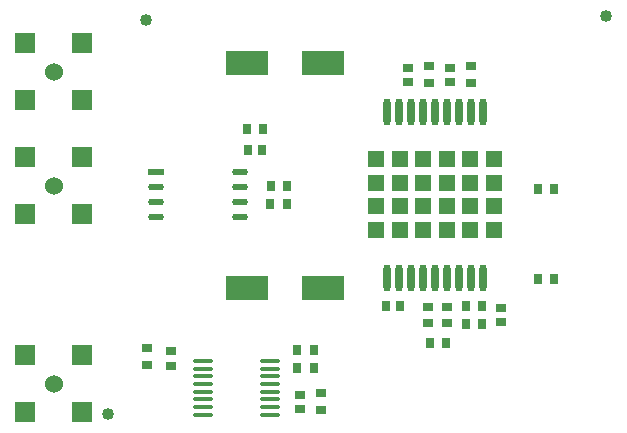
<source format=gtp>
G04*
G04 #@! TF.GenerationSoftware,Altium Limited,Altium Designer,23.1.1 (15)*
G04*
G04 Layer_Color=8421504*
%FSLAX24Y24*%
%MOIN*%
G70*
G04*
G04 #@! TF.SameCoordinates,EDFB4F86-8D80-4751-AEB2-894B5B2271B4*
G04*
G04*
G04 #@! TF.FilePolarity,Positive*
G04*
G01*
G75*
%ADD20R,0.0560X0.0560*%
%ADD21R,0.0354X0.0295*%
%ADD22R,0.0330X0.0300*%
%ADD23R,0.0290X0.0340*%
%ADD24R,0.0700X0.0700*%
%ADD25C,0.0600*%
%ADD26R,0.0538X0.0215*%
G04:AMPARAMS|DCode=27|XSize=53.8mil|YSize=21.5mil|CornerRadius=10.7mil|HoleSize=0mil|Usage=FLASHONLY|Rotation=0.000|XOffset=0mil|YOffset=0mil|HoleType=Round|Shape=RoundedRectangle|*
%AMROUNDEDRECTD27*
21,1,0.0538,0.0000,0,0,0.0*
21,1,0.0323,0.0215,0,0,0.0*
1,1,0.0215,0.0161,0.0000*
1,1,0.0215,-0.0161,0.0000*
1,1,0.0215,-0.0161,0.0000*
1,1,0.0215,0.0161,0.0000*
%
%ADD27ROUNDEDRECTD27*%
%ADD28R,0.1398X0.0807*%
%ADD29R,0.0300X0.0330*%
%ADD30R,0.0295X0.0354*%
%ADD31O,0.0669X0.0138*%
%ADD32R,0.0340X0.0290*%
%ADD33O,0.0236X0.0906*%
%ADD34C,0.0400*%
D20*
X12617Y6802D02*
D03*
X12617Y7589D02*
D03*
X13404Y6802D02*
D03*
X14192Y6802D02*
D03*
X13404Y7589D02*
D03*
X14192Y7589D02*
D03*
X12617Y8376D02*
D03*
X13404D02*
D03*
X12617Y9164D02*
D03*
X13404D02*
D03*
X14192Y8376D02*
D03*
X14192Y9164D02*
D03*
X14979Y6802D02*
D03*
X14979Y7589D02*
D03*
X15766Y6802D02*
D03*
X16554D02*
D03*
X15766Y7589D02*
D03*
X16554D02*
D03*
X14979Y8376D02*
D03*
X14979Y9164D02*
D03*
X15766Y8376D02*
D03*
X16554D02*
D03*
X15766Y9164D02*
D03*
X16554D02*
D03*
D21*
X5785Y2759D02*
D03*
Y2287D02*
D03*
X10085Y846D02*
D03*
Y1319D02*
D03*
X13685Y12219D02*
D03*
Y11746D02*
D03*
X15085Y12219D02*
D03*
Y11746D02*
D03*
X16785Y4219D02*
D03*
Y3746D02*
D03*
D22*
X4985Y2303D02*
D03*
Y2863D02*
D03*
X10785Y1363D02*
D03*
Y803D02*
D03*
X14385Y12263D02*
D03*
Y11703D02*
D03*
D23*
X9100Y7663D02*
D03*
X9651D02*
D03*
X9661Y8283D02*
D03*
X9110D02*
D03*
X10000Y2793D02*
D03*
X10551D02*
D03*
Y2203D02*
D03*
X10000D02*
D03*
X18561Y8183D02*
D03*
X18010D02*
D03*
X18561Y5183D02*
D03*
X18010D02*
D03*
X15610Y3683D02*
D03*
X16161D02*
D03*
D24*
X2835Y11133D02*
D03*
X935D02*
D03*
X2835Y13033D02*
D03*
X935D02*
D03*
X2835Y7333D02*
D03*
X935D02*
D03*
X2835Y9233D02*
D03*
X935D02*
D03*
Y2633D02*
D03*
X2835D02*
D03*
X935Y733D02*
D03*
X2835D02*
D03*
D25*
X1885Y12083D02*
D03*
Y8283D02*
D03*
Y1683D02*
D03*
D26*
X5299Y8733D02*
D03*
D27*
Y8233D02*
D03*
Y7733D02*
D03*
Y7233D02*
D03*
X8071D02*
D03*
Y7733D02*
D03*
Y8233D02*
D03*
Y8733D02*
D03*
D28*
X10845Y12383D02*
D03*
X8325D02*
D03*
X10845Y4883D02*
D03*
X8325D02*
D03*
D29*
X8305Y10183D02*
D03*
X8865D02*
D03*
X14965Y3033D02*
D03*
X14405D02*
D03*
X16165Y4283D02*
D03*
X15605D02*
D03*
D30*
X8349Y9483D02*
D03*
X8821D02*
D03*
X12949Y4283D02*
D03*
X13421D02*
D03*
D31*
X9096Y647D02*
D03*
Y903D02*
D03*
Y1159D02*
D03*
Y1415D02*
D03*
Y1671D02*
D03*
Y1927D02*
D03*
Y2183D02*
D03*
Y2439D02*
D03*
X6852Y647D02*
D03*
Y903D02*
D03*
Y1159D02*
D03*
Y1415D02*
D03*
Y1671D02*
D03*
Y1927D02*
D03*
Y2183D02*
D03*
Y2439D02*
D03*
D32*
X15785Y12258D02*
D03*
Y11707D02*
D03*
X14975Y4244D02*
D03*
Y3693D02*
D03*
X14355Y3697D02*
D03*
Y4248D02*
D03*
D33*
X13385Y5217D02*
D03*
X13785D02*
D03*
X14185D02*
D03*
X14585D02*
D03*
X14985D02*
D03*
X15385D02*
D03*
Y10748D02*
D03*
X14985D02*
D03*
X14585D02*
D03*
X14185D02*
D03*
X13785D02*
D03*
X13385D02*
D03*
X12985Y5217D02*
D03*
Y10748D02*
D03*
X15785Y5217D02*
D03*
X16185D02*
D03*
X15785Y10748D02*
D03*
X16185D02*
D03*
D34*
X3685Y683D02*
D03*
X4965Y13793D02*
D03*
X20285Y13933D02*
D03*
M02*

</source>
